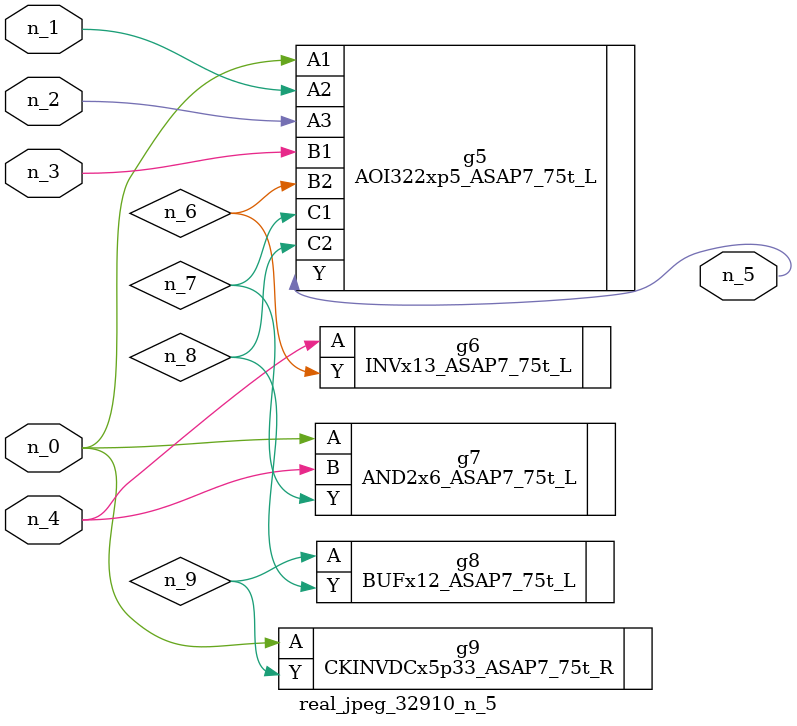
<source format=v>
module real_jpeg_32910_n_5 (n_4, n_0, n_1, n_2, n_3, n_5);

input n_4;
input n_0;
input n_1;
input n_2;
input n_3;

output n_5;

wire n_8;
wire n_6;
wire n_7;
wire n_9;

AOI322xp5_ASAP7_75t_L g5 ( 
.A1(n_0),
.A2(n_1),
.A3(n_2),
.B1(n_3),
.B2(n_6),
.C1(n_7),
.C2(n_8),
.Y(n_5)
);

AND2x6_ASAP7_75t_L g7 ( 
.A(n_0),
.B(n_4),
.Y(n_7)
);

CKINVDCx5p33_ASAP7_75t_R g9 ( 
.A(n_0),
.Y(n_9)
);

INVx13_ASAP7_75t_L g6 ( 
.A(n_4),
.Y(n_6)
);

BUFx12_ASAP7_75t_L g8 ( 
.A(n_9),
.Y(n_8)
);


endmodule
</source>
